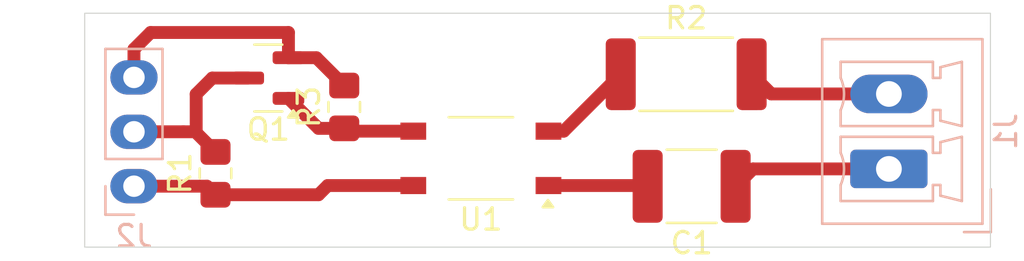
<source format=kicad_pcb>
(kicad_pcb (version 20240108) (generator "pcbnew") (generator_version "8.0")
  (layers (0 "F.Cu" signal) (31 "B.Cu" signal) (34 "B.Paste" user) (35 "F.Paste" user) (36 "B.SilkS" user "B.Silkscreen") (37 "F.SilkS" user "F.Silkscreen") (38 "B.Mask" user) (39 "F.Mask" user) (44 "Edge.Cuts" user))
  (net 0 "")
  (net 1 "Net-(J1-Pin_1)")
  (net 2 "Net-(C1-Pad2)")
  (net 3 "Net-(J1-Pin_2)")
  (net 4 "/TX")
  (net 5 "GND")
  (net 6 "+5V")
  (net 7 "Net-(Q1-G)")
  (net 8 "Net-(R2-Pad1)")
  (footprint "Capacitor_SMD:C_1812_4532Metric" (layer "F.Cu") (at 169.7915 95.3061 180)
    (property "Reference" "C1" (at 0 -2.65 180) (layer "F.SilkS"))
    (property "Value" "100nF 400V")
    (fp_line (start -1.161252 1.71) (end 1.161252 1.71) (stroke (width 0.12)) (layer "F.SilkS"))
    (fp_line (start -1.161252 -1.71) (end 1.161252 -1.71) (stroke (width 0.12)) (layer "F.SilkS"))
    (pad "1" smd roundrect (at -2.05 0 180) (size 1.4 3.4) (layers "F.Cu" "F.Paste" "F.Mask") (roundrect_rratio 0.178571) (net 1 "Net-(J1-Pin_1)"))
    (pad "2" smd roundrect (at 2.05 0 180) (size 1.4 3.4) (layers "F.Cu" "F.Paste" "F.Mask") (roundrect_rratio 0.178571) (net 2 "Net-(C1-Pad2)"))
  )
  (footprint "Resistor_SMD:R_2512_6332Metric_Pad1.40x3.35mm_HandSolder" (layer "F.Cu") (at 169.5375 90.0737)
    (property "Reference" "R2" (at 0 -2.62 0) (layer "F.SilkS"))
    (property "Value" "1k1W")
    (fp_line (start -2.177064 -1.71) (end 2.177064 -1.71) (stroke (width 0.12)) (layer "F.SilkS"))
    (fp_line (start -2.177064 1.71) (end 2.177064 1.71) (stroke (width 0.12)) (layer "F.SilkS"))
    (pad "1" smd roundrect (at -3.05 0) (size 1.4 3.35) (layers "F.Cu" "F.Paste" "F.Mask") (roundrect_rratio 0.178571) (net 8 "Net-(R2-Pad1)"))
    (pad "2" smd roundrect (at 3.05 0) (size 1.4 3.35) (layers "F.Cu" "F.Paste" "F.Mask") (roundrect_rratio 0.178571) (net 3 "Net-(J1-Pin_2)"))
  )
  (footprint "Resistor_SMD:R_0805_2012Metric_Pad1.20x1.40mm_HandSolder" (layer "F.Cu") (at 153.6 91.6 90)
    (property "Reference" "R3" (at 0 -1.65 -90) (layer "F.SilkS"))
    (property "Value" "4k7")
    (fp_line (start -0.227064 -0.735) (end 0.227064 -0.735) (stroke (width 0.12)) (layer "F.SilkS"))
    (fp_line (start -0.227064 0.735) (end 0.227064 0.735) (stroke (width 0.12)) (layer "F.SilkS"))
    (pad "1" smd roundrect (at -1 0 90) (size 1.2 1.4) (layers "F.Cu" "F.Paste" "F.Mask") (roundrect_rratio 0.208333) (net 7 "Net-(Q1-G)"))
    (pad "2" smd roundrect (at 1 0 90) (size 1.2 1.4) (layers "F.Cu" "F.Paste" "F.Mask") (roundrect_rratio 0.208333) (net 5 "GND"))
  )
  (footprint "Package_TO_SOT_SMD:SOT-23" (layer "F.Cu") (at 150.0625 90.25 180)
    (property "Reference" "Q1" (at 0 -2.4 180) (layer "F.SilkS"))
    (property "Value" "BSS123")
    (fp_line (start 0 1.56) (end 0.65 1.56) (stroke (width 0.12)) (layer "F.SilkS"))
    (fp_line (start 0 1.56) (end -0.65 1.56) (stroke (width 0.12)) (layer "F.SilkS"))
    (fp_line (start 0 -1.56) (end 0.65 -1.56) (stroke (width 0.12)) (layer "F.SilkS"))
    (fp_line (start 0 -1.56) (end -0.65 -1.56) (stroke (width 0.12)) (layer "F.SilkS"))
    (fp_poly (pts (xy -1.1625 -1.51) (xy -1.4025 -1.84) (xy -0.9225 -1.84) (xy -1.1625 -1.51)) (stroke (width 0.12)) (fill solid) (layer "F.SilkS"))
    (pad "1" smd roundrect (at -0.9375 -0.95 180) (size 1.475 0.6) (layers "F.Cu" "F.Paste" "F.Mask") (net 7 "Net-(Q1-G)"))
    (pad "2" smd roundrect (at -0.9375 0.95 180) (size 1.475 0.6) (layers "F.Cu" "F.Paste" "F.Mask") (net 5 "GND"))
    (pad "3" smd roundrect (at 0.9375 0 180) (size 1.475 0.6) (layers "F.Cu" "F.Paste" "F.Mask") (net 4 "/TX"))
  )
  (footprint "Resistor_SMD:R_0805_2012Metric_Pad1.20x1.40mm_HandSolder" (layer "F.Cu") (at 147.6 94.7 90)
    (property "Reference" "R1" (at 0 -1.65 -90) (layer "F.SilkS"))
    (property "Value" "10K")
    (fp_line (start -0.227064 -0.735) (end 0.227064 -0.735) (stroke (width 0.12)) (layer "F.SilkS"))
    (fp_line (start -0.227064 0.735) (end 0.227064 0.735) (stroke (width 0.12)) (layer "F.SilkS"))
    (pad "1" smd roundrect (at -1 0 90) (size 1.2 1.4) (layers "F.Cu" "F.Paste" "F.Mask") (roundrect_rratio 0.208333) (net 6 "+5V"))
    (pad "2" smd roundrect (at 1 0 90) (size 1.2 1.4) (layers "F.Cu" "F.Paste" "F.Mask") (roundrect_rratio 0.208333) (net 4 "/TX"))
  )
  (footprint "Package_SO:MFSOP6-4_4.4x3.6mm_P1.27mm" (layer "F.Cu") (at 159.9692 93.9999 180)
    (property "Reference" "U1" (at 0 -2.85 180) (layer "F.SilkS"))
    (property "Value" "140814243000")
    (fp_line (start 1.5 1.92) (end -1.5 1.92) (stroke (width 0.12)) (layer "F.SilkS"))
    (fp_line (start 1.5 -1.92) (end -1.5 -1.92) (stroke (width 0.12)) (layer "F.SilkS"))
    (fp_poly (pts (xy -3.125 -1.95) (xy -3.365 -2.28) (xy -2.885 -2.28) (xy -3.125 -1.95)) (stroke (width 0.12)) (fill solid) (layer "F.SilkS"))
    (pad "1" smd rect (at -3.15 -1.27 180) (size 1.2 0.8) (layers "F.Cu" "F.Paste" "F.Mask") (net 2 "Net-(C1-Pad2)"))
    (pad "3" smd rect (at -3.15 1.27 180) (size 1.2 0.8) (layers "F.Cu" "F.Paste" "F.Mask") (net 8 "Net-(R2-Pad1)"))
    (pad "4" smd rect (at 3.15 1.27 180) (size 1.2 0.8) (layers "F.Cu" "F.Paste" "F.Mask") (net 7 "Net-(Q1-G)"))
    (pad "6" smd rect (at 3.15 -1.27 180) (size 1.2 0.8) (layers "F.Cu" "F.Paste" "F.Mask") (net 6 "+5V"))
  )
  (footprint "Connector_PinHeader_2.54mm:PinHeader_1x03_P2.54mm_Vertical" (layer "B.Cu") (at 143.8 95.3)
    (property "Reference" "J2" (at 0 2.33 0) (layer "B.SilkS") (effects (justify mirror)))
    (property "Value" "Conn_01x03_Pin")
    (fp_line (start -1.33 -6.41) (end -1.33 -1.27) (stroke (width 0.12)) (layer "B.SilkS"))
    (fp_line (start -1.33 1.33) (end -1.33 0) (stroke (width 0.12)) (layer "B.SilkS"))
    (fp_line (start 0 1.33) (end -1.33 1.33) (stroke (width 0.12)) (layer "B.SilkS"))
    (fp_line (start 1.33 -6.41) (end -1.33 -6.41) (stroke (width 0.12)) (layer "B.SilkS"))
    (fp_line (start 1.33 -6.41) (end 1.33 -1.27) (stroke (width 0.12)) (layer "B.SilkS"))
    (fp_line (start 1.33 -1.27) (end -1.33 -1.27) (stroke (width 0.12)) (layer "B.SilkS"))
    (pad "1" thru_hole oval (at 0 0) (size 2.2 1.6) (drill 1) (layers "*.Cu" "*.Mask") (net 6 "+5V"))
    (pad "2" thru_hole oval (at 0 -2.54) (size 2.2 1.6) (drill 1) (layers "*.Cu" "*.Mask") (net 4 "/TX"))
    (pad "3" thru_hole oval (at 0 -5.08) (size 2.2 1.6) (drill 1) (layers "*.Cu" "*.Mask") (net 5 "GND"))
  )
  (footprint "Connector_Phoenix_MC:PhoenixContact_MCV_1,5_2-G-3.5_1x02_P3.50mm_Vertical" (layer "B.Cu") (at 178.9863 94.4933 90)
    (property "Reference" "J1" (at 1.75 5.45 -90) (layer "B.SilkS") (effects (justify mirror)))
    (property "Value" "linky")
    (fp_line (start 6.06 -3.11) (end -2.56 -3.11) (stroke (width 0.12)) (layer "B.SilkS"))
    (fp_line (start -2.56 -3.11) (end -2.56 4.36) (stroke (width 0.12)) (layer "B.SilkS"))
    (fp_line (start 5 -2.25) (end 5 2.05) (stroke (width 0.12)) (layer "B.SilkS"))
    (fp_line (start 4.25 -2.25) (end 5 -2.25) (stroke (width 0.12)) (layer "B.SilkS"))
    (fp_line (start 2 -2.25) (end 2.75 -2.25) (stroke (width 0.12)) (layer "B.SilkS"))
    (fp_line (start 1.5 -2.25) (end 1.5 2.05) (stroke (width 0.12)) (layer "B.SilkS"))
    (fp_line (start 0.75 -2.25) (end 1.5 -2.25) (stroke (width 0.12)) (layer "B.SilkS"))
    (fp_line (start -1.5 -2.25) (end -0.75 -2.25) (stroke (width 0.12)) (layer "B.SilkS"))
    (fp_line (start 5 2.05) (end 4.25 2.05) (stroke (width 0.12)) (layer "B.SilkS"))
    (fp_line (start 4.25 2.05) (end 4.25 2.4) (stroke (width 0.12)) (layer "B.SilkS"))
    (fp_line (start 2.75 2.05) (end 2 2.05) (stroke (width 0.12)) (layer "B.SilkS"))
    (fp_line (start 2 2.05) (end 2 -2.25) (stroke (width 0.12)) (layer "B.SilkS"))
    (fp_line (start 1.5 2.05) (end 0.75 2.05) (stroke (width 0.12)) (layer "B.SilkS"))
    (fp_line (start 0.75 2.05) (end 0.75 2.4) (stroke (width 0.12)) (layer "B.SilkS"))
    (fp_line (start -0.75 2.05) (end -1.5 2.05) (stroke (width 0.12)) (layer "B.SilkS"))
    (fp_line (start -1.5 2.05) (end -1.5 -2.25) (stroke (width 0.12)) (layer "B.SilkS"))
    (fp_line (start 4.75 2.4) (end 5 3.4) (stroke (width 0.12)) (layer "B.SilkS"))
    (fp_line (start 4.25 2.4) (end 4.75 2.4) (stroke (width 0.12)) (layer "B.SilkS"))
    (fp_line (start 2.75 2.4) (end 2.75 2.05) (stroke (width 0.12)) (layer "B.SilkS"))
    (fp_line (start 2.25 2.4) (end 2.75 2.4) (stroke (width 0.12)) (layer "B.SilkS"))
    (fp_line (start 1.25 2.4) (end 1.5 3.4) (stroke (width 0.12)) (layer "B.SilkS"))
    (fp_line (start 0.75 2.4) (end 1.25 2.4) (stroke (width 0.12)) (layer "B.SilkS"))
    (fp_line (start -0.75 2.4) (end -0.75 2.05) (stroke (width 0.12)) (layer "B.SilkS"))
    (fp_line (start -1.25 2.4) (end -0.75 2.4) (stroke (width 0.12)) (layer "B.SilkS"))
    (fp_line (start 5 3.4) (end 2 3.4) (stroke (width 0.12)) (layer "B.SilkS"))
    (fp_line (start 2 3.4) (end 2.25 2.4) (stroke (width 0.12)) (layer "B.SilkS"))
    (fp_line (start 1.5 3.4) (end -1.5 3.4) (stroke (width 0.12)) (layer "B.SilkS"))
    (fp_line (start -1.5 3.4) (end -1.25 2.4) (stroke (width 0.12)) (layer "B.SilkS"))
    (fp_line (start 6.06 4.36) (end 6.06 -3.11) (stroke (width 0.12)) (layer "B.SilkS"))
    (fp_line (start -2.56 4.36) (end 6.06 4.36) (stroke (width 0.12)) (layer "B.SilkS"))
    (fp_line (start -0.95 4.75) (end -2.95 4.75) (stroke (width 0.12)) (layer "B.SilkS"))
    (fp_line (start -2.95 4.75) (end -2.95 3.5) (stroke (width 0.12)) (layer "B.SilkS"))
    (fp_arc (start 4.249647 -2.249844) (mid 3.499807 -2.091909) (end 2.75 -2.25) (stroke (width 0.12)) (layer "B.SilkS"))
    (fp_arc (start 0.749647 -2.249844) (mid -0.000193 -2.091909) (end -0.75 -2.25) (stroke (width 0.12)) (layer "B.SilkS"))
    (pad "1" thru_hole roundrect (at 0 0 90) (size 1.8 3.6) (drill 1.2) (layers "*.Cu" "*.Mask") (roundrect_rratio 0.138889) (net 1 "Net-(J1-Pin_1)"))
    (pad "2" thru_hole oval (at 3.5 0 90) (size 1.8 3.6) (drill 1.2) (layers "*.Cu" "*.Mask") (net 3 "Net-(J1-Pin_2)"))
  )
  (gr_rect (start 141.5034 87.2236) (end 183.7182 98.1456) (stroke (width 0.05)) (fill none) (layer "Edge.Cuts"))
  (segment (start 171.8415 95.3061) (end 172.6543 94.4933) (width 0.6) (layer "F.Cu") (net 1))
  (segment (start 172.6543 94.4933) (end 178.9863 94.4933) (width 0.6) (layer "F.Cu") (net 1))
  (segment (start 163.1192 95.2699) (end 167.7053 95.2699) (width 0.6) (layer "F.Cu") (net 2))
  (segment (start 167.7053 95.2699) (end 167.7415 95.3061) (width 0.6) (layer "F.Cu") (net 2))
  (segment (start 173.5071 90.9933) (end 178.9863 90.9933) (width 0.6) (layer "F.Cu") (net 3))
  (segment (start 172.5875 90.0737) (end 173.5071 90.9933) (width 0.6) (layer "F.Cu") (net 3))
  (segment (start 146.1 92.76) (end 146.66 92.76) (width 0.6) (layer "F.Cu") (net 4))
  (segment (start 146.7 92.72) (end 146.66 92.76) (width 0.6) (layer "F.Cu") (net 4))
  (segment (start 146.66 92.76) (end 147.6 93.7) (width 0.6) (layer "F.Cu") (net 4))
  (segment (start 147.45 90.25) (end 146.7 91) (width 0.6) (layer "F.Cu") (net 4))
  (segment (start 146.7 91) (end 146.7 92.72) (width 0.6) (layer "F.Cu") (net 4))
  (segment (start 149.125 90.25) (end 147.45 90.25) (width 0.6) (layer "F.Cu") (net 4))
  (segment (start 143.8 92.76) (end 146.1 92.76) (width 0.6) (layer "F.Cu") (net 4))
  (segment (start 151 89.3) (end 152.3 89.3) (width 0.6) (layer "F.Cu") (net 5))
  (segment (start 144.5764 88.1236) (end 143.8 88.9) (width 0.6) (layer "F.Cu") (net 5))
  (segment (start 143.8 88.9) (end 143.8 90.22) (width 0.6) (layer "F.Cu") (net 5))
  (segment (start 152.3 89.3) (end 153.6 90.6) (width 0.6) (layer "F.Cu") (net 5))
  (segment (start 151 88.1236) (end 144.5764 88.1236) (width 0.6) (layer "F.Cu") (net 5))
  (segment (start 151 89.3) (end 151 88.1236) (width 0.6) (layer "F.Cu") (net 5))
  (segment (start 147.6 95.7) (end 152.4 95.7) (width 0.6) (layer "F.Cu") (net 6))
  (segment (start 152.4 95.7) (end 152.8301 95.2699) (width 0.6) (layer "F.Cu") (net 6))
  (segment (start 143.8 95.3) (end 147.2 95.3) (width 0.6) (layer "F.Cu") (net 6))
  (segment (start 147.2 95.3) (end 147.6 95.7) (width 0.6) (layer "F.Cu") (net 6))
  (segment (start 152.8301 95.2699) (end 156.8192 95.2699) (width 0.6) (layer "F.Cu") (net 6))
  (segment (start 151 91.2) (end 152.4 92.6) (width 0.6) (layer "F.Cu") (net 7))
  (segment (start 152.4 92.6) (end 153.6 92.6) (width 0.6) (layer "F.Cu") (net 7))
  (segment (start 156.8192 92.7299) (end 153.5055 92.7299) (width 0.6) (layer "F.Cu") (net 7))
  (segment (start 153.5055 92.7299) (end 153.4668 92.6912) (width 0.6) (layer "F.Cu") (net 7))
  (segment (start 163.1192 92.7299) (end 163.8313 92.7299) (width 0.6) (layer "F.Cu") (net 8))
  (segment (start 163.8313 92.7299) (end 166.4875 90.0737) (width 0.6) (layer "F.Cu") (net 8))
)
</source>
